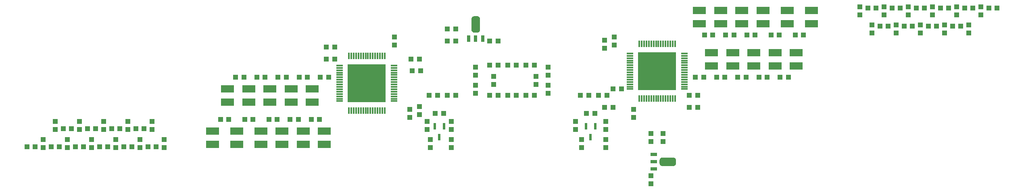
<source format=gbr>
G04 EAGLE Gerber RS-274X export*
G75*
%MOMM*%
%FSLAX34Y34*%
%LPD*%
%INSolderpaste Top*%
%IPPOS*%
%AMOC8*
5,1,8,0,0,1.08239X$1,22.5*%
G01*
%ADD10R,1.100000X1.000000*%
%ADD11R,1.000000X1.100000*%
%ADD12R,0.600000X1.400000*%
%ADD13R,1.475000X0.300000*%
%ADD14R,0.300000X1.475000*%
%ADD15R,8.000000X8.000000*%
%ADD16R,2.700000X1.600000*%
%ADD17R,0.800000X1.400000*%
%ADD18R,1.400000X0.800000*%

G36*
X980954Y347868D02*
X980954Y347868D01*
X981258Y347879D01*
X981313Y347888D01*
X981370Y347891D01*
X981670Y347941D01*
X981970Y347986D01*
X982025Y348001D01*
X982081Y348010D01*
X982374Y348094D01*
X982667Y348172D01*
X982719Y348192D01*
X982774Y348208D01*
X983055Y348323D01*
X983339Y348433D01*
X983389Y348459D01*
X983441Y348480D01*
X983708Y348626D01*
X983977Y348767D01*
X984024Y348799D01*
X984074Y348826D01*
X984323Y349000D01*
X984575Y349170D01*
X984618Y349206D01*
X984664Y349239D01*
X984893Y349439D01*
X985125Y349636D01*
X985163Y349677D01*
X985206Y349715D01*
X985410Y349939D01*
X985619Y350161D01*
X985653Y350206D01*
X985691Y350248D01*
X985869Y350494D01*
X986052Y350737D01*
X986081Y350785D01*
X986114Y350831D01*
X986264Y351095D01*
X986419Y351357D01*
X986442Y351409D01*
X986470Y351458D01*
X986590Y351737D01*
X986715Y352014D01*
X986732Y352068D01*
X986755Y352120D01*
X986843Y352411D01*
X986936Y352700D01*
X986948Y352756D01*
X986964Y352810D01*
X987020Y353108D01*
X987080Y353407D01*
X987084Y353454D01*
X987096Y353518D01*
X987148Y354237D01*
X987146Y354303D01*
X987149Y354350D01*
X987149Y376100D01*
X987132Y376404D01*
X987121Y376708D01*
X987112Y376763D01*
X987109Y376820D01*
X987059Y377120D01*
X987014Y377420D01*
X986999Y377475D01*
X986990Y377531D01*
X986906Y377824D01*
X986828Y378117D01*
X986808Y378169D01*
X986792Y378224D01*
X986677Y378505D01*
X986567Y378789D01*
X986541Y378839D01*
X986520Y378891D01*
X986374Y379158D01*
X986233Y379427D01*
X986201Y379474D01*
X986174Y379524D01*
X986000Y379773D01*
X985830Y380025D01*
X985794Y380068D01*
X985761Y380114D01*
X985561Y380343D01*
X985364Y380575D01*
X985323Y380613D01*
X985285Y380656D01*
X985061Y380860D01*
X984839Y381069D01*
X984794Y381103D01*
X984752Y381141D01*
X984507Y381319D01*
X984263Y381502D01*
X984215Y381531D01*
X984169Y381564D01*
X983905Y381714D01*
X983643Y381869D01*
X983591Y381892D01*
X983542Y381920D01*
X983263Y382040D01*
X982986Y382165D01*
X982932Y382182D01*
X982880Y382205D01*
X982589Y382293D01*
X982300Y382386D01*
X982244Y382398D01*
X982190Y382414D01*
X981892Y382470D01*
X981593Y382530D01*
X981546Y382534D01*
X981482Y382546D01*
X980763Y382598D01*
X980697Y382596D01*
X980650Y382599D01*
X975400Y382599D01*
X975096Y382582D01*
X974792Y382571D01*
X974737Y382562D01*
X974680Y382559D01*
X974380Y382509D01*
X974080Y382464D01*
X974025Y382449D01*
X973970Y382440D01*
X973676Y382356D01*
X973383Y382278D01*
X973331Y382258D01*
X973276Y382242D01*
X972995Y382127D01*
X972711Y382017D01*
X972661Y381991D01*
X972609Y381970D01*
X972342Y381824D01*
X972073Y381683D01*
X972026Y381651D01*
X971976Y381624D01*
X971727Y381450D01*
X971475Y381280D01*
X971432Y381244D01*
X971386Y381211D01*
X971157Y381011D01*
X970925Y380814D01*
X970887Y380773D01*
X970844Y380735D01*
X970640Y380511D01*
X970431Y380289D01*
X970397Y380244D01*
X970359Y380202D01*
X970181Y379957D01*
X969998Y379713D01*
X969969Y379665D01*
X969936Y379619D01*
X969786Y379355D01*
X969631Y379093D01*
X969608Y379041D01*
X969580Y378992D01*
X969460Y378713D01*
X969335Y378436D01*
X969318Y378382D01*
X969295Y378330D01*
X969207Y378039D01*
X969114Y377750D01*
X969102Y377694D01*
X969086Y377640D01*
X969030Y377342D01*
X968970Y377043D01*
X968966Y376996D01*
X968954Y376932D01*
X968902Y376213D01*
X968904Y376147D01*
X968901Y376100D01*
X968901Y354350D01*
X968918Y354046D01*
X968929Y353742D01*
X968938Y353687D01*
X968941Y353630D01*
X968991Y353330D01*
X969036Y353030D01*
X969051Y352975D01*
X969060Y352920D01*
X969144Y352626D01*
X969222Y352333D01*
X969242Y352281D01*
X969258Y352226D01*
X969373Y351945D01*
X969483Y351661D01*
X969509Y351611D01*
X969530Y351559D01*
X969676Y351292D01*
X969817Y351023D01*
X969849Y350976D01*
X969876Y350926D01*
X970050Y350677D01*
X970220Y350425D01*
X970256Y350382D01*
X970289Y350336D01*
X970489Y350107D01*
X970686Y349875D01*
X970727Y349837D01*
X970765Y349794D01*
X970989Y349590D01*
X971211Y349381D01*
X971256Y349347D01*
X971298Y349309D01*
X971544Y349131D01*
X971787Y348948D01*
X971835Y348919D01*
X971881Y348886D01*
X972145Y348736D01*
X972407Y348581D01*
X972459Y348558D01*
X972508Y348530D01*
X972787Y348410D01*
X973064Y348285D01*
X973118Y348268D01*
X973170Y348245D01*
X973461Y348157D01*
X973750Y348064D01*
X973806Y348052D01*
X973860Y348036D01*
X974158Y347980D01*
X974457Y347920D01*
X974504Y347916D01*
X974568Y347904D01*
X975287Y347852D01*
X975353Y347854D01*
X975400Y347851D01*
X980650Y347851D01*
X980954Y347868D01*
G37*
G36*
X1392404Y66968D02*
X1392404Y66968D01*
X1392708Y66979D01*
X1392763Y66988D01*
X1392820Y66991D01*
X1393120Y67041D01*
X1393420Y67086D01*
X1393475Y67101D01*
X1393531Y67110D01*
X1393824Y67194D01*
X1394117Y67272D01*
X1394169Y67292D01*
X1394224Y67308D01*
X1394505Y67423D01*
X1394789Y67533D01*
X1394839Y67559D01*
X1394891Y67580D01*
X1395158Y67726D01*
X1395427Y67867D01*
X1395474Y67899D01*
X1395524Y67926D01*
X1395773Y68100D01*
X1396025Y68270D01*
X1396068Y68306D01*
X1396114Y68339D01*
X1396343Y68539D01*
X1396575Y68736D01*
X1396613Y68777D01*
X1396656Y68815D01*
X1396860Y69039D01*
X1397069Y69261D01*
X1397103Y69306D01*
X1397141Y69348D01*
X1397319Y69594D01*
X1397502Y69837D01*
X1397531Y69885D01*
X1397564Y69931D01*
X1397714Y70195D01*
X1397869Y70457D01*
X1397892Y70509D01*
X1397920Y70558D01*
X1398040Y70837D01*
X1398165Y71114D01*
X1398182Y71168D01*
X1398205Y71220D01*
X1398293Y71511D01*
X1398386Y71800D01*
X1398398Y71856D01*
X1398414Y71910D01*
X1398470Y72208D01*
X1398530Y72507D01*
X1398534Y72554D01*
X1398546Y72618D01*
X1398598Y73337D01*
X1398596Y73403D01*
X1398599Y73450D01*
X1398599Y78700D01*
X1398582Y79004D01*
X1398571Y79308D01*
X1398562Y79363D01*
X1398559Y79420D01*
X1398509Y79720D01*
X1398464Y80020D01*
X1398449Y80075D01*
X1398440Y80131D01*
X1398356Y80424D01*
X1398278Y80717D01*
X1398258Y80769D01*
X1398242Y80824D01*
X1398127Y81105D01*
X1398017Y81389D01*
X1397991Y81439D01*
X1397970Y81491D01*
X1397824Y81758D01*
X1397683Y82027D01*
X1397651Y82074D01*
X1397624Y82124D01*
X1397450Y82373D01*
X1397280Y82625D01*
X1397244Y82668D01*
X1397211Y82714D01*
X1397011Y82943D01*
X1396814Y83175D01*
X1396773Y83213D01*
X1396735Y83256D01*
X1396511Y83460D01*
X1396289Y83669D01*
X1396244Y83703D01*
X1396202Y83741D01*
X1395957Y83919D01*
X1395713Y84102D01*
X1395665Y84131D01*
X1395619Y84164D01*
X1395355Y84314D01*
X1395093Y84469D01*
X1395041Y84492D01*
X1394992Y84520D01*
X1394713Y84640D01*
X1394436Y84765D01*
X1394382Y84782D01*
X1394330Y84805D01*
X1394039Y84893D01*
X1393750Y84986D01*
X1393694Y84998D01*
X1393640Y85014D01*
X1393342Y85070D01*
X1393043Y85130D01*
X1392996Y85134D01*
X1392932Y85146D01*
X1392213Y85198D01*
X1392147Y85196D01*
X1392100Y85199D01*
X1370350Y85199D01*
X1370046Y85182D01*
X1369742Y85171D01*
X1369687Y85162D01*
X1369630Y85159D01*
X1369330Y85109D01*
X1369030Y85064D01*
X1368975Y85049D01*
X1368920Y85040D01*
X1368626Y84956D01*
X1368333Y84878D01*
X1368281Y84858D01*
X1368226Y84842D01*
X1367945Y84727D01*
X1367661Y84617D01*
X1367611Y84591D01*
X1367559Y84570D01*
X1367292Y84424D01*
X1367023Y84283D01*
X1366976Y84251D01*
X1366926Y84224D01*
X1366677Y84050D01*
X1366425Y83880D01*
X1366382Y83844D01*
X1366336Y83811D01*
X1366107Y83611D01*
X1365875Y83414D01*
X1365837Y83373D01*
X1365794Y83335D01*
X1365590Y83111D01*
X1365381Y82889D01*
X1365347Y82844D01*
X1365309Y82802D01*
X1365131Y82557D01*
X1364948Y82313D01*
X1364919Y82265D01*
X1364886Y82219D01*
X1364736Y81955D01*
X1364581Y81693D01*
X1364558Y81641D01*
X1364530Y81592D01*
X1364410Y81313D01*
X1364285Y81036D01*
X1364268Y80982D01*
X1364245Y80930D01*
X1364157Y80639D01*
X1364064Y80350D01*
X1364052Y80294D01*
X1364036Y80240D01*
X1363980Y79942D01*
X1363920Y79643D01*
X1363916Y79596D01*
X1363904Y79532D01*
X1363852Y78813D01*
X1363854Y78747D01*
X1363851Y78700D01*
X1363851Y73450D01*
X1363868Y73146D01*
X1363879Y72842D01*
X1363888Y72787D01*
X1363891Y72730D01*
X1363941Y72430D01*
X1363986Y72130D01*
X1364001Y72075D01*
X1364010Y72020D01*
X1364094Y71726D01*
X1364172Y71433D01*
X1364192Y71381D01*
X1364208Y71326D01*
X1364323Y71045D01*
X1364433Y70761D01*
X1364459Y70711D01*
X1364480Y70659D01*
X1364626Y70392D01*
X1364767Y70123D01*
X1364799Y70076D01*
X1364826Y70026D01*
X1365000Y69777D01*
X1365170Y69525D01*
X1365206Y69482D01*
X1365239Y69436D01*
X1365439Y69207D01*
X1365636Y68975D01*
X1365677Y68937D01*
X1365715Y68894D01*
X1365939Y68690D01*
X1366161Y68481D01*
X1366206Y68447D01*
X1366248Y68409D01*
X1366494Y68231D01*
X1366737Y68048D01*
X1366785Y68019D01*
X1366831Y67986D01*
X1367095Y67836D01*
X1367357Y67681D01*
X1367409Y67658D01*
X1367458Y67630D01*
X1367737Y67510D01*
X1368014Y67385D01*
X1368068Y67368D01*
X1368120Y67345D01*
X1368411Y67257D01*
X1368700Y67164D01*
X1368756Y67152D01*
X1368810Y67136D01*
X1369108Y67080D01*
X1369407Y67020D01*
X1369454Y67016D01*
X1369518Y67004D01*
X1370237Y66952D01*
X1370303Y66954D01*
X1370350Y66951D01*
X1392100Y66951D01*
X1392404Y66968D01*
G37*
D10*
X632850Y165100D03*
X649850Y165100D03*
X588400Y165100D03*
X605400Y165100D03*
X664600Y292100D03*
X681600Y292100D03*
D11*
X839470Y169300D03*
X839470Y186300D03*
X859790Y175650D03*
X859790Y192650D03*
D10*
X861940Y267970D03*
X844940Y267970D03*
X859400Y292100D03*
X842400Y292100D03*
D11*
X807720Y338700D03*
X807720Y321700D03*
D10*
X1062600Y215900D03*
X1045600Y215900D03*
X1062600Y279400D03*
X1045600Y279400D03*
D11*
X977900Y237100D03*
X977900Y220100D03*
X977900Y275200D03*
X977900Y258200D03*
D10*
X543950Y165100D03*
X560950Y165100D03*
X1024500Y330200D03*
X1007500Y330200D03*
X918600Y355600D03*
X935600Y355600D03*
X935600Y215900D03*
X918600Y215900D03*
X897500Y215900D03*
X880500Y215900D03*
D11*
X927100Y105800D03*
X927100Y122800D03*
X882650Y105800D03*
X882650Y122800D03*
D10*
X493150Y165100D03*
X510150Y165100D03*
X442350Y165100D03*
X459350Y165100D03*
D11*
X1130300Y258200D03*
X1130300Y275200D03*
X1130300Y220100D03*
X1130300Y237100D03*
D10*
X651900Y254000D03*
X668900Y254000D03*
X607450Y254000D03*
X624450Y254000D03*
X563000Y254000D03*
X580000Y254000D03*
X518550Y254000D03*
X535550Y254000D03*
X474100Y254000D03*
X491100Y254000D03*
X289950Y107950D03*
X306950Y107950D03*
X239150Y107950D03*
X256150Y107950D03*
X188350Y107950D03*
X205350Y107950D03*
X137550Y107950D03*
X154550Y107950D03*
X86750Y107950D03*
X103750Y107950D03*
X35950Y107950D03*
X52950Y107950D03*
X264550Y146050D03*
X281550Y146050D03*
X213750Y146050D03*
X230750Y146050D03*
X162950Y146050D03*
X179950Y146050D03*
X112150Y146050D03*
X129150Y146050D03*
D12*
X911200Y151200D03*
X892200Y151200D03*
X901700Y128200D03*
D13*
X691920Y278800D03*
X691920Y273800D03*
X691920Y268800D03*
X691920Y263800D03*
X691920Y258800D03*
X691920Y253800D03*
X691920Y248800D03*
X691920Y243800D03*
X691920Y238800D03*
X691920Y233800D03*
X691920Y228800D03*
X691920Y223800D03*
X691920Y218800D03*
X691920Y213800D03*
X691920Y208800D03*
X691920Y203800D03*
D14*
X711800Y183920D03*
X716800Y183920D03*
X721800Y183920D03*
X726800Y183920D03*
X731800Y183920D03*
X736800Y183920D03*
X741800Y183920D03*
X746800Y183920D03*
X751800Y183920D03*
X756800Y183920D03*
X761800Y183920D03*
X766800Y183920D03*
X771800Y183920D03*
X776800Y183920D03*
X781800Y183920D03*
X786800Y183920D03*
D13*
X806680Y203800D03*
X806680Y208800D03*
X806680Y213800D03*
X806680Y218800D03*
X806680Y223800D03*
X806680Y228800D03*
X806680Y233800D03*
X806680Y238800D03*
X806680Y243800D03*
X806680Y248800D03*
X806680Y253800D03*
X806680Y258800D03*
X806680Y263800D03*
X806680Y268800D03*
X806680Y273800D03*
X806680Y278800D03*
D14*
X786800Y298680D03*
X781800Y298680D03*
X776800Y298680D03*
X771800Y298680D03*
X766800Y298680D03*
X761800Y298680D03*
X756800Y298680D03*
X751800Y298680D03*
X746800Y298680D03*
X741800Y298680D03*
X736800Y298680D03*
X731800Y298680D03*
X726800Y298680D03*
X721800Y298680D03*
X716800Y298680D03*
X711800Y298680D03*
D15*
X749300Y241300D03*
D16*
X660400Y113000D03*
X660400Y141000D03*
X615950Y113000D03*
X615950Y141000D03*
X457200Y201900D03*
X457200Y229900D03*
D11*
X681600Y317500D03*
X664600Y317500D03*
D16*
X571500Y113000D03*
X571500Y141000D03*
X527050Y113000D03*
X527050Y141000D03*
X476250Y113000D03*
X476250Y141000D03*
X425450Y113000D03*
X425450Y141000D03*
X635000Y201900D03*
X635000Y229900D03*
X590550Y201900D03*
X590550Y229900D03*
X546100Y201900D03*
X546100Y229900D03*
X501650Y201900D03*
X501650Y229900D03*
D10*
X323850Y105800D03*
X323850Y122800D03*
X273050Y105800D03*
X273050Y122800D03*
X95250Y143900D03*
X95250Y160900D03*
D11*
X1024500Y215900D03*
X1007500Y215900D03*
X1024500Y279400D03*
X1007500Y279400D03*
D10*
X1016000Y256150D03*
X1016000Y239150D03*
D11*
X935600Y330200D03*
X918600Y330200D03*
X910200Y177800D03*
X893200Y177800D03*
D10*
X927100Y143900D03*
X927100Y160900D03*
X876300Y143900D03*
X876300Y160900D03*
X222250Y105800D03*
X222250Y122800D03*
X171450Y105800D03*
X171450Y122800D03*
D11*
X1083700Y279400D03*
X1100700Y279400D03*
X1083700Y215900D03*
X1100700Y215900D03*
D10*
X1104900Y239150D03*
X1104900Y256150D03*
X120650Y105800D03*
X120650Y122800D03*
X69850Y105800D03*
X69850Y122800D03*
X298450Y143900D03*
X298450Y160900D03*
X247650Y143900D03*
X247650Y160900D03*
X196850Y143900D03*
X196850Y160900D03*
X146050Y143900D03*
X146050Y160900D03*
D17*
X962910Y335790D03*
X992890Y335790D03*
X977900Y335800D03*
D10*
X1253100Y215900D03*
X1236100Y215900D03*
X1215000Y215900D03*
X1198000Y215900D03*
D11*
X1200150Y105800D03*
X1200150Y122800D03*
X1250950Y105800D03*
X1250950Y122800D03*
D12*
X1228700Y151200D03*
X1209700Y151200D03*
X1219200Y128200D03*
D11*
X1227700Y177800D03*
X1210700Y177800D03*
D10*
X1187450Y143900D03*
X1187450Y160900D03*
X1250950Y143900D03*
X1250950Y160900D03*
X1475350Y342900D03*
X1458350Y342900D03*
X1519800Y342900D03*
X1502800Y342900D03*
X1443600Y215900D03*
X1426600Y215900D03*
D11*
X1268730Y338700D03*
X1268730Y321700D03*
X1248410Y332350D03*
X1248410Y315350D03*
D10*
X1266580Y229870D03*
X1283580Y229870D03*
X1248800Y190500D03*
X1265800Y190500D03*
D11*
X1309370Y169300D03*
X1309370Y186300D03*
D10*
X1564250Y342900D03*
X1547250Y342900D03*
D11*
X1346200Y29600D03*
X1346200Y46600D03*
X1371600Y135500D03*
X1371600Y118500D03*
D10*
X1615050Y342900D03*
X1598050Y342900D03*
X1665850Y342900D03*
X1648850Y342900D03*
X1456300Y254000D03*
X1439300Y254000D03*
X1500750Y254000D03*
X1483750Y254000D03*
X1545200Y254000D03*
X1528200Y254000D03*
X1589650Y254000D03*
X1572650Y254000D03*
X1634100Y254000D03*
X1617100Y254000D03*
X1818250Y400050D03*
X1801250Y400050D03*
X1869050Y400050D03*
X1852050Y400050D03*
X1919850Y400050D03*
X1902850Y400050D03*
X1970650Y400050D03*
X1953650Y400050D03*
X2021450Y400050D03*
X2004450Y400050D03*
X2072250Y400050D03*
X2055250Y400050D03*
X1843650Y361950D03*
X1826650Y361950D03*
X1894450Y361950D03*
X1877450Y361950D03*
X1945250Y361950D03*
X1928250Y361950D03*
X1996050Y361950D03*
X1979050Y361950D03*
D13*
X1416280Y229200D03*
X1416280Y234200D03*
X1416280Y239200D03*
X1416280Y244200D03*
X1416280Y249200D03*
X1416280Y254200D03*
X1416280Y259200D03*
X1416280Y264200D03*
X1416280Y269200D03*
X1416280Y274200D03*
X1416280Y279200D03*
X1416280Y284200D03*
X1416280Y289200D03*
X1416280Y294200D03*
X1416280Y299200D03*
X1416280Y304200D03*
D14*
X1396400Y324080D03*
X1391400Y324080D03*
X1386400Y324080D03*
X1381400Y324080D03*
X1376400Y324080D03*
X1371400Y324080D03*
X1366400Y324080D03*
X1361400Y324080D03*
X1356400Y324080D03*
X1351400Y324080D03*
X1346400Y324080D03*
X1341400Y324080D03*
X1336400Y324080D03*
X1331400Y324080D03*
X1326400Y324080D03*
X1321400Y324080D03*
D13*
X1301520Y304200D03*
X1301520Y299200D03*
X1301520Y294200D03*
X1301520Y289200D03*
X1301520Y284200D03*
X1301520Y279200D03*
X1301520Y274200D03*
X1301520Y269200D03*
X1301520Y264200D03*
X1301520Y259200D03*
X1301520Y254200D03*
X1301520Y249200D03*
X1301520Y244200D03*
X1301520Y239200D03*
X1301520Y234200D03*
X1301520Y229200D03*
D14*
X1321400Y209320D03*
X1326400Y209320D03*
X1331400Y209320D03*
X1336400Y209320D03*
X1341400Y209320D03*
X1346400Y209320D03*
X1351400Y209320D03*
X1356400Y209320D03*
X1361400Y209320D03*
X1366400Y209320D03*
X1371400Y209320D03*
X1376400Y209320D03*
X1381400Y209320D03*
X1386400Y209320D03*
X1391400Y209320D03*
X1396400Y209320D03*
D15*
X1358900Y266700D03*
D16*
X1447800Y395000D03*
X1447800Y367000D03*
X1492250Y395000D03*
X1492250Y367000D03*
X1651000Y306100D03*
X1651000Y278100D03*
D11*
X1426600Y190500D03*
X1443600Y190500D03*
D16*
X1536700Y395000D03*
X1536700Y367000D03*
X1581150Y395000D03*
X1581150Y367000D03*
X1631950Y395000D03*
X1631950Y367000D03*
X1682750Y395000D03*
X1682750Y367000D03*
X1473200Y306100D03*
X1473200Y278100D03*
X1517650Y306100D03*
X1517650Y278100D03*
X1562100Y306100D03*
X1562100Y278100D03*
X1606550Y306100D03*
X1606550Y278100D03*
D10*
X1784350Y402200D03*
X1784350Y385200D03*
X1835150Y402200D03*
X1835150Y385200D03*
X2012950Y364100D03*
X2012950Y347100D03*
X1346200Y118500D03*
X1346200Y135500D03*
X1885950Y402200D03*
X1885950Y385200D03*
X1936750Y402200D03*
X1936750Y385200D03*
X1987550Y402200D03*
X1987550Y385200D03*
X2038350Y402200D03*
X2038350Y385200D03*
X1809750Y364100D03*
X1809750Y347100D03*
X1860550Y364100D03*
X1860550Y347100D03*
X1911350Y364100D03*
X1911350Y347100D03*
X1962150Y364100D03*
X1962150Y347100D03*
D18*
X1351790Y91190D03*
X1351790Y61210D03*
X1351800Y76200D03*
M02*

</source>
